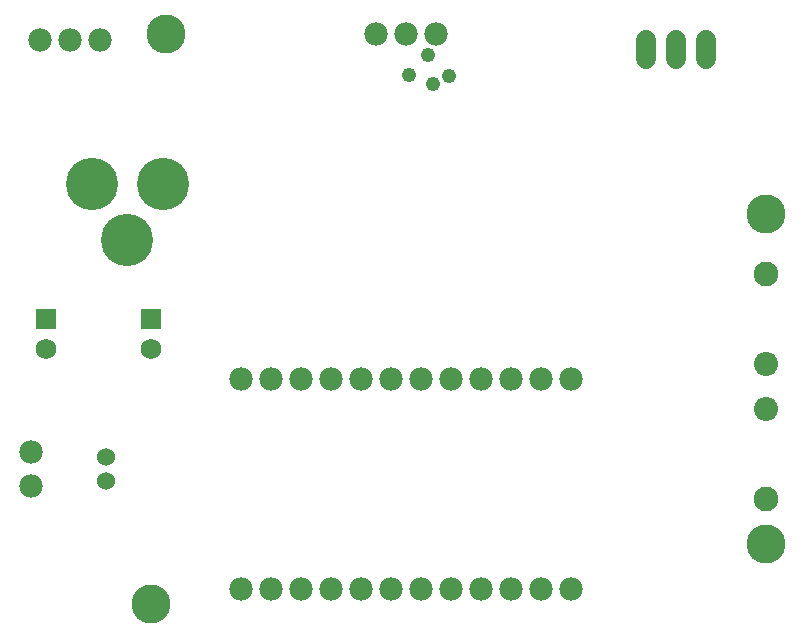
<source format=gbs>
G75*
G70*
%OFA0B0*%
%FSLAX24Y24*%
%IPPOS*%
%LPD*%
%AMOC8*
5,1,8,0,0,1.08239X$1,22.5*
%
%ADD10C,0.1300*%
%ADD11C,0.0780*%
%ADD12C,0.0680*%
%ADD13R,0.0690X0.0690*%
%ADD14C,0.0690*%
%ADD15C,0.0600*%
%ADD16C,0.1740*%
%ADD17C,0.0806*%
%ADD18C,0.0825*%
%ADD19C,0.0480*%
D10*
X005800Y001325D03*
X026300Y003325D03*
X026300Y014325D03*
X006300Y020325D03*
D11*
X004100Y020125D03*
X003100Y020125D03*
X002100Y020125D03*
X013300Y020325D03*
X014300Y020325D03*
X015300Y020325D03*
X014800Y008825D03*
X015800Y008825D03*
X016800Y008825D03*
X017800Y008825D03*
X018800Y008825D03*
X019800Y008825D03*
X013800Y008825D03*
X012800Y008825D03*
X011800Y008825D03*
X010800Y008825D03*
X009800Y008825D03*
X008800Y008825D03*
X001800Y006395D03*
X001800Y005255D03*
X008800Y001825D03*
X009800Y001825D03*
X010800Y001825D03*
X011800Y001825D03*
X012800Y001825D03*
X013800Y001825D03*
X014800Y001825D03*
X015800Y001825D03*
X016800Y001825D03*
X017800Y001825D03*
X018800Y001825D03*
X019800Y001825D03*
D12*
X022300Y019505D02*
X022300Y020145D01*
X023300Y020145D02*
X023300Y019505D01*
X024300Y019505D02*
X024300Y020145D01*
D13*
X005800Y010825D03*
X002300Y010825D03*
D14*
X002300Y009825D03*
X005800Y009825D03*
D15*
X004300Y006219D03*
X004300Y005431D03*
D16*
X005013Y013475D03*
X006194Y015325D03*
X003831Y015325D03*
D17*
X026300Y009325D03*
X026300Y007825D03*
D18*
X026300Y004825D03*
X026300Y012325D03*
D19*
X015200Y018675D03*
X015750Y018925D03*
X015050Y019625D03*
X014400Y018975D03*
M02*

</source>
